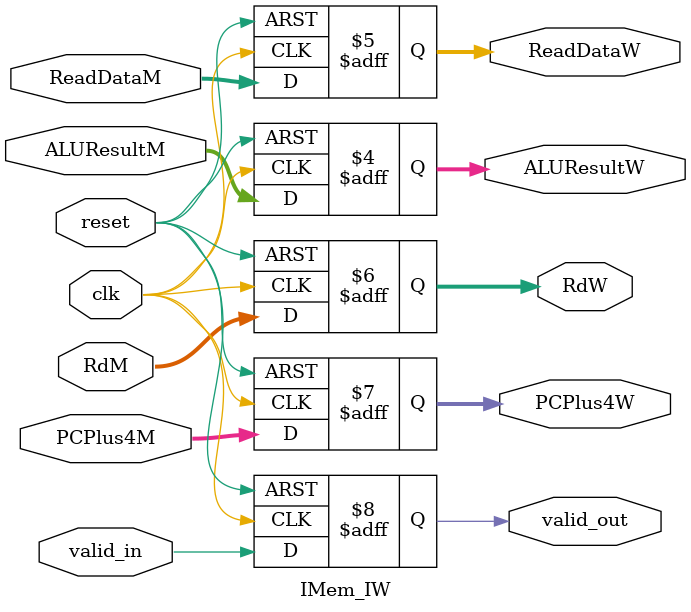
<source format=sv>
`timescale 1ns / 1ps

/**
 * @brief Top-level wrapper module.
 * @details Instantiates the main 'riscv' core, instruction memory ('imem'),
 * and data memory ('dmem'), and connects them together.
 *
 * @param clk         Global clock signal.
 * @param reset       Global reset signal.
 * @param WriteDataM  Output data from the core to data memory.
 * @param DataAdrM    Output address from the core to data memory.
 * @param MemWriteM   Output control signal for data memory write.
 */
module riscvpipeline (
  input  logic       clk, reset, 
  output logic [31:0] WriteDataM, DataAdrM, 
  output logic       MemWriteM
);
    
  // Internal wires connecting the components
  logic [31:0] PCF, InstrF, ReadDataM;
    
  // Instantiate processor and memories

  // Instantiate the RISC-V processor core
  riscv rv(
    .clk        (clk),
    .reset      (reset),
    .PCF        (PCF),
    .InstrF     (InstrF),
    .MemWriteM  (MemWriteM),
    .ALUResultM (DataAdrM),   // ALU result from MEM stage is used as data memory address
    .WriteDataM (WriteDataM),
    .ReadDataM  (ReadDataM)
  );
  
  // Instantiate the Instruction Memory
  imem imem(
    .a  (PCF),      // Address input from PCF
    .rd (InstrF)    // Read data (instruction) output to InstrF
  );
  
  // Instantiate the Data Memory
  dmem dmem(
    .clk (clk),
    .we  (MemWriteM),  // Write enable
    .a   (DataAdrM),   // Address input
    .wd  (WriteDataM), // Write data input
    .rd  (ReadDataM)   // Read data output
  );
endmodule

//////////////////////////////////////////////////////////////////////////////////
// Company: 
// Engineer: spandan_bharwaj//230102108
// 
// Create Date: 22.10.2025 21:00:00
// Design Name: 
// Module Name: riscv
// Project Name: 
// Target Devices: 
// Tool Versions: 
// Description: 5-Stage Pipelined RVX10 Processor Core
// 
// Dependencies: datapath.sv, controller.sv, hazard_unit.sv, forwarding_unit.sv
// 
// Revision:
// Revision 0.01 - File Created
// Revision 0.02 - Added valid bit for retirement counting
// Additional Comments:
// 
//////////////////////////////////////////////////////////////////////////////////

/**
 * @brief The main RISC-V processor core.
 * @details Connects the 'controller', 'datapath', 'forwarding_unit', 
 * and 'hazard_unit' to form the complete pipelined processor.
 */
module riscv(
  input  logic       clk, reset,
  output logic [31:0] PCF,
  input  logic [31:0] InstrF,
  output logic       MemWriteM,
  output logic [31:0] ALUResultM, WriteDataM,
  input  logic [31:0] ReadDataM
);
    
  // Internal wires for control and data signals
  logic ALUSrcE, RegWriteM, RegWriteW, ZeroE, PCSrcE;
  logic StallD, StallF, FlushD, FlushE, ResultSrcE0;
  logic [1:0] ResultSrcW; 
  logic [1:0] ImmSrcD;
  logic [3:0] ALUControlE;
  logic [31:0] InstrD;
  logic [4:0] Rs1D, Rs2D, Rs1E, Rs2E;
  logic [4:0] RdE, RdM, RdW;
  logic [1:0] ForwardAE, ForwardBE;
  logic validD, validE, validM, validW; // Valid bits for each stage
  
  // Instantiate the Pipelined Controller
  controller c(
    .clk        (clk),
    .reset      (reset),
    .op         (InstrD[6:0]),
    .funct3     (InstrD[14:12]),
    .funct7b5   (InstrD[30]),
    .funct7_2b  (InstrD[26:25]),
    .ZeroE      (ZeroE),
    .FlushE     (FlushE),
    .ResultSrcE0(ResultSrcE0),
    .ResultSrcW (ResultSrcW),
    .MemWriteM  (MemWriteM),
    .PCSrcE     (PCSrcE),
    .ALUSrcE    (ALUSrcE),
    .RegWriteM  (RegWriteM),
    .RegWriteW  (RegWriteW),
    .ImmSrcD    (ImmSrcD),
    .ALUControlE(ALUControlE)
  );

  // *** NEW SEPARATED UNITS (ADDED) ***
  
  // Instantiate the new Forwarding Unit
  forwarding_unit fu (
    .Rs1E     (Rs1E), 
    .Rs2E     (Rs2E),
    .RdM      (RdM), 
    .RdW      (RdW),
    .RegWriteM(RegWriteM), 
    .RegWriteW(RegWriteW),
    .ForwardAE(ForwardAE), 
    .ForwardBE(ForwardBE)
  );

  // Instantiate the new Hazard Unit
  hazard_unit hu (
    .Rs1D       (Rs1D), 
    .Rs2D       (Rs2D),
    .RdE        (RdE),
    .ResultSrcE0(ResultSrcE0),
    .PCSrcE     (PCSrcE),
    .StallD     (StallD), 
    .StallF     (StallF), 
    .FlushD     (FlushD), 
    .FlushE     (FlushE)
  );
  // *** END OF NEW INSTANTIATIONS ***

  // Instantiate the 5-Stage Pipelined Datapath
  datapath dp(
    .clk        (clk),
    .reset      (reset),
    .ResultSrcW (ResultSrcW),
    .PCSrcE     (PCSrcE),
    .ALUSrcE    (ALUSrcE),
    .RegWriteW  (RegWriteW),
    .ImmSrcD    (ImmSrcD),
    .ALUControlE(ALUControlE),
    .ZeroE      (ZeroE),
    .PCF        (PCF),
    .InstrF     (InstrF),
    .InstrD     (InstrD),
    .ALUResultM (ALUResultM),
    .WriteDataM (WriteDataM),
    .ReadDataM  (ReadDataM),
    .ForwardAE  (ForwardAE),
    .ForwardBE  (ForwardBE),
    .Rs1D       (Rs1D),
    .Rs2D       (Rs2D),
    .Rs1E       (Rs1E),
    .Rs2E       (Rs2E),
    .RdE        (RdE),
    .RdM        (RdM),
    .RdW        (RdW),
    .StallD     (StallD),
    .StallF     (StallF),
    .FlushD     (FlushD),
    .FlushE     (FlushE),

    // --- MODIFICATION: VALID BITS ADDED ---
    .validD     (validD),
    .validE     (validE),
    .validM     (validM),
    .validW     (validW)
    // --------------------------------------
  );
  
  // --- Performance Counters (Bonus) ---
  logic [31:0] cycle_count;
  logic [31:0] instr_retired;
  // ------------------------------------

  // --- Performance Counter Logic (Bonus) ---
  always_ff @(posedge clk, posedge reset) begin
    if (reset) begin
      // Reset counters to zero
      cycle_count   <= '0; // Use '0 to set all bits to zero
      instr_retired <= '0;
    end
    else begin
      // Always increment the cycle counter
      cycle_count <= cycle_count + 1;

      // --- MODIFICATION: RETIREMENT LOGIC ---
      // Increment instruction counter ONLY if a VALID instruction
      // reaches the WriteBack (WB) stage. This correctly
      // counts ALL retired instructions (R-type, I-type, loads,
      // stores, and branches) and ignores flushed bubbles.
      if (validW) begin
        instr_retired <= instr_retired + 1;
      end
      // --------------------------------------
    end
  end
  // -----------------------------------------

endmodule

//////////////////////////////////////////////////////////////////////////////////
// Company: 
// Engineer: //spandan_bharadwaj_230102108
// 
// Create Date: 22.09.2025 07:20:29
// Design Name: 
// Module Name: imem
// Project Name: 
// Target Devices: 
// Tool Versions: 
// Description: Instruction Memory
// 
// Dependencies: 
// 
// Revision:
// Revision 0.01 - File Created
// Additional Comments:
// 
//////////////////////////////////////////////////////////////////////////////////

/**
 * @brief Instruction Memory module.
 * @details A simple ROM initialized from an external file ("risctest.mem").
 * Implements combinational read.
 *
 * @param a   32-bit address input (word-aligned).
 * @param rd  32-bit read data (instruction) output.
 */
module imem (
  input  logic [31:0] a,  // Address
  output logic [31:0] rd  // Read data (instruction)
);
  // Memory array (64 entries, 32-bits wide)
  logic [31:0] RAM[63:0];

  // Initialize memory from file
  initial begin
    // Load the contents of "risctest.mem" into the RAM array
    $readmemh("risctest.mem", RAM);
  end
    
  // Combinational read (uses lower bits of 'a' as word index)
  assign rd = RAM[a[31:2]]; // word-aligned

endmodule

//////////////////////////////////////////////////////////////////////////////////
// Company: 
// Engineer: spandan_bharadwaj_230102108
// 
// Create Date: 22.09.2025 07:11:54
// Design Name: 
// Module Name: dmem
// Project Name: 
// Target Devices: 
// Tool Versions: 
// Description: Data Memory
// 
// Dependencies: 
// 
// Revision:
// Revision 0.01 - File Created
// Additional Comments:
// 
//////////////////////////////////////////////////////////////////////////////////

/**
 * @brief Data Memory module.
 * @details A simple RAM (Random Access Memory).
 * Implements combinational read and synchronous write.
 *
 * @param clk Clock signal.
 * @param we  Write enable signal.
 * @param a   32-bit address input.
 * @param wd  32-bit write data input.
 * @param rd  32-bit read data output.
 */
module dmem(
  input  logic       clk, we,
  input  logic [31:0] a, wd,
  output logic [31:0] rd
);
    
  // Memory array (64 entries, 32-bits wide)
  logic [31:0] RAM [63:0];
    
  // Combinational read (word-aligned)
  assign rd = RAM[a[31:2]]; 
    
  // Synchronous write (on positive clock edge)
  always_ff @(posedge clk)
    if (we) RAM[a[31:2]] <= wd;
    
endmodule

//////////////////////////////////////////////////////////////////////////////////
// Company: 
// Engineer: spandan_bharadwaj//230102108
// 
// Create Date: 22.10.2025 21:05:00
// Design Name: 
// Module Name: controller
// Project Name: 
// Target Devices: 
// Tool Versions: 
// Description: Pipelined controller for RVX10-P.
// 
// Dependencies: maindec.sv, aludec.sv, c_ID_IEx.sv, c_IEx_IM.sv, c_IM_IW.sv
// 
// Revision:
// Revision 0.01 - File Created
// Additional Comments:
// 
//////////////////////////////////////////////////////////////////////////////////

/**
 * @brief Pipelined controller.
 * @details Contains the instruction decoders ('maindec', 'aludec') and 
 * pipeline registers for control signals.
 *
 * @param op          Opcode field from instruction.
 * @param funct3      Funct3 field from instruction.
 * @param funct7b5    Bit 5 of Funct7 field (for SUB).
 * @param funct7_2b   Bits 26:25 of instruction (for RVX10).
 * @param ZeroE       Zero flag from ALU in Execute stage.
 * @param FlushE      Flush signal from hazard unit.
 * @param ResultSrcE0 Bit 0 of ResultSrc signal in Execute stage.
 * @param PCSrcE      Output signal to select the next PC.
 * @param ... (other ports) Various control signals for each pipeline stage.
 */
module controller(
  input  logic       clk, reset,
  input  logic [6:0] op,
  input  logic [2:0] funct3,
  input  logic       funct7b5,
  input  logic [1:0] funct7_2b,
  input  logic       ZeroE,
  input  logic       FlushE,
  output logic       ResultSrcE0,
  output logic [1:0] ResultSrcW,
  output logic       MemWriteM,
  output logic       PCSrcE, ALUSrcE, 
  output logic       RegWriteM, RegWriteW,
  output logic [1:0] ImmSrcD,
  output logic [3:0] ALUControlE
);

  // Internal wires for control signals in Decode stage
  logic [1:0] ALUOpD;
  logic [1:0] ResultSrcD, ResultSrcE, ResultSrcM;
  logic [3:0] ALUControlD;
  logic BranchD, BranchE, MemWriteD, MemWriteE, JumpD, JumpE;
  logic ZeroOp, ALUSrcD, RegWriteD, RegWriteE;

  // Instantiate the Main Decoder
  maindec md(
    .op        (op),
    .ResultSrc (ResultSrcD),
    .MemWrite  (MemWriteD),
    .Branch    (BranchD),
    .ALUSrc    (ALUSrcD),
    .RegWrite  (RegWriteD),
    .Jump      (JumpD),
    .ImmSrc    (ImmSrcD),
    .ALUOp     (ALUOpD)
  );

  // Instantiate the ALU Decoder
  aludec ad(
    .opb5       (op[5]),
    .funct3     (funct3),
    .funct7b5   (funct7b5),
    .funct7_2b  (funct7_2b),
    .ALUOp      (ALUOpD),
    .ALUControl (ALUControlD)
  );

  // Instantiate the ID/EX Control Pipeline Register
  c_ID_IEx c_pipreg0(
    .clk         (clk),
    .reset       (reset),
    .clear       (FlushE),       // FlushE clears this register
    .RegWriteD   (RegWriteD),
    .MemWriteD   (MemWriteD),
    .JumpD       (JumpD),
    .BranchD     (BranchD),
    .ALUSrcD     (ALUSrcD),
    .ResultSrcD  (ResultSrcD),
    .ALUControlD (ALUControlD), 
    .RegWriteE   (RegWriteE),
    .MemWriteE   (MemWriteE),
    .JumpE       (JumpE),
    .BranchE     (BranchE),
    .ALUSrcE     (ALUSrcE),
    .ResultSrcE  (ResultSrcE),
    .ALUControlE (ALUControlE)
  );
  
  // Expose bit 0 of ResultSrcE for the hazard unit (to detect loads)
  assign ResultSrcE0 = ResultSrcE[0];

  // Instantiate the EX/MEM Control Pipeline Register
  c_IEx_IM c_pipreg1(
    .clk        (clk),
    .reset      (reset),
    .RegWriteE  (RegWriteE),
    .MemWriteE  (MemWriteE),
    .ResultSrcE (ResultSrcE),
    .RegWriteM  (RegWriteM), 
    .MemWriteM  (MemWriteM),
    .ResultSrcM (ResultSrcM)
  );

  // Instantiate the MEM/WB Control Pipeline Register
  c_IM_IW c_pipreg2 (
    .clk        (clk),
    .reset      (reset),
    .RegWriteM  (RegWriteM),
    .ResultSrcM (ResultSrcM),
    .RegWriteW  (RegWriteW),
    .ResultSrcW (ResultSrcW)
  );

  // Logic to determine PC source: taken branch (BranchE AND ZeroE) OR a jump (JumpE)
  assign PCSrcE = (BranchE & ZeroE) | JumpE;

endmodule

//////////////////////////////////////////////////////////////////////////////////
// Company: 
// Engineer: spandan_bharadwaj_230102108
// 
// Create Date: 22.09.2025 07:34:27
// Design Name: 
// Module Name: maindec
// Project Name: 
// Target Devices: 
// Tool Versions: 
// Description: Main control unit decoder.
// 
// Dependencies: 
// 
// Revision:
// Revision 0.01 - File Created
// Additional Comments:
// 
//////////////////////////////////////////////////////////////////////////////////

/**
 * @brief Main instruction decoder.
 * @details Uses the 7-bit opcode to generate the primary control signals
 * for the Decode stage.
 *
 * @param op          Input 7-bit instruction opcode.
 * @param ResultSrc   Output signal selecting the data source for write-back.
 * @param MemWrite    Output signal enabling data memory write.
 * @param Branch      Output signal indicating a branch instruction.
 * @param ALUSrc      Output signal selecting the ALU's second operand.
 * @param RegWrite    Output signal enabling register file write.
 * @param Jump        Output signal indicating a jump instruction (JAL).
 * @param ImmSrc      Output signal selecting the immediate format.
 * @param ALUOp       Output 2-bit signal for the ALU decoder.
 */
module maindec(
  input  logic [6:0] op,
  output logic [1:0] ResultSrc,
  output logic       MemWrite,
  output logic       Branch, ALUSrc,
  output logic       RegWrite, Jump,
  output logic [1:0] ImmSrc,
  output logic [1:0] ALUOp
);

  // Internal wire to hold all control signals
  logic [10:0] controls;

  // Assign bits from the 'controls' wire to the respective output ports
  assign {RegWrite, ImmSrc, ALUSrc, MemWrite,
          ResultSrc, Branch, ALUOp, Jump} = controls;

  // Combinational logic to decode the opcode
  always_comb
    case(op)
    //         RegWrite_ImmSrc_ALUSrc_MemWrite_ResultSrc_Branch_ALUOp_Jump
      7'b0000011: controls = 11'b1_00_1_0_01_0_00_0; // lw
      7'b0100011: controls = 11'b0_01_1_1_00_0_00_0; // sw
      7'b0110011: controls = 11'b1_xx_0_0_00_0_10_0; // R-type 
      7'b1100011: controls = 11'b0_10_0_0_00_1_01_0; // beq
      7'b0010011: controls = 11'b1_00_1_0_00_0_10_0; // I-type ALU
      7'b1101111: controls = 11'b1_11_0_0_10_0_00_1; // jal
      7'b0001011: controls = 11'b1_xx_0_0_00_0_11_0; // R-type_newly_added_instructions (RVX10)
      default:    controls = 11'bx_xx_x_x_xx_x_xx_x; // non-implemented instruction
    endcase
endmodule

//////////////////////////////////////////////////////////////////////////////////
// Company: 
// Engineer: spandan_bharadwaj_230102108
// 
// Create Date: 22.09.2025 07:34:27
// Design Name: 
// Module Name: aludec
// Project Name: 
// Target Devices: 
// Tool Versions: 
// Description: ALU control unit decoder.
// 
// Dependencies: 
// 
// Revision:
// Revision 0.01 - File Created
// Additional Comments:
// 
//////////////////////////////////////////////////////////////////////////////////

/**
 * @brief ALU decoder.
 * @details Generates the 4-bit ALUControl signal based on ALUOp, funct3, 
 * and other instruction fields.
 *
 * @param opb5        Bit 5 of the opcode.
 * @param funct3      Funct3 field.
 * @param funct7b5    Bit 5 of Funct7 field (for SUB).
 * @param funct7_2b   Bits 26:25 of instruction (for RVX10).
 * @param ALUOp       2-bit control signal from maindec.
 * @param ALUControl  Output 4-bit control signal for the ALU.
 */
module aludec(
  input  logic       opb5,
  input  logic [2:0] funct3,
  input  logic       funct7b5, 
  input  logic [1:0] funct7_2b,
  input  logic [1:0] ALUOp,
  output logic [3:0] ALUControl
);

  logic  RtypeSub;
  assign RtypeSub = funct7b5 & opb5;  // TRUE for R-type subtract instruction

  // Combinational logic to set ALUControl
  always_comb
    case(ALUOp)
      2'b00:            ALUControl = 4'b0000; // addition (for lw, sw)
      2'b01:            ALUControl = 4'b0001; // subtraction (for beq)
      2'b10: case(funct3) // R-type or I-type ALU
               3'b000:  if (RtypeSub) 
                          ALUControl = 4'b0001; // sub
                        else        
                          ALUControl = 4'b0000; // add, addi
               3'b010:    ALUControl = 4'b0101; // slt, slti
               3'b110:    ALUControl = 4'b0011; // or, ori
               3'b111:    ALUControl = 4'b0010; // and, andi
               default:   ALUControl = 4'bxxxx; // ???
             endcase
      2'b11: case(funct7_2b) //RVX10 cases
               2'b00:  case (funct3)
                         3'b000: ALUControl = 4'b0110; //andn
                         3'b001: ALUControl = 4'b0111; //orn
                         3'b010: ALUControl = 4'b1000; //xorn
                         default: ALUControl = 4'bxxxx; // ???
                       endcase
               2'b01:  case (funct3)
                         3'b000: ALUControl = 4'b1001; //min
                         3'b001: ALUControl = 4'b1010; //max
                         3'b010: ALUControl = 4'b1011; //minu
                         3'b011: ALUControl = 4'b1100; //maxu
                         default: ALUControl = 4'bxxxx; // ???
                       endcase
               2'b10:  case (funct3)
                         3'b000: ALUControl = 4'b1101; //rol
                         3'b001: ALUControl = 4'b1110; //ror
                         default: ALUControl = 4'bxxxx; // ???
                       endcase
               2'b11:  case (funct3)
                         3'b000: ALUControl = 4'b1111; //abs
                         default: ALUControl = 4'bxxxx; // ???
                       endcase
               default: ALUControl = 4'bxxxx; // ???
             endcase
      default: ALUControl = 4'bxxxx; // ???
    endcase
endmodule

//////////////////////////////////////////////////////////////////////////////////
// Company: 
// Engineer: 
// 
// Create Date: 22.10.2025 21:25:38
// Design Name: 
// Module Name: c_ID_IEx
// Project Name: 
// Target Devices: 
// Tool Versions: 
// Description: Control Unit Pipeline Register (ID to EX)
// 
// Dependencies: 
// 
// Revision:
// Revision 0.01 - File Created
// Additional Comments:
// 
//////////////////////////////////////////////////////////////////////////////////

/**
 * @brief Control Unit Pipeline Register between Decode and Execution Stage.
 * @details Latches control signals passing from ID to EX.
 * Has an asynchronous reset and a synchronous clear (flush).
 *
 * @param clk     Clock
 * @param reset   Asynchronous reset
 * @param clear   Synchronous clear (flush)
 * @param ...D    Input control signals from Decode stage
 * @param ...E    Output latched control signals for Execute stage
 */
module c_ID_IEx (
  input  logic       clk, reset, clear,
  input  logic       RegWriteD, MemWriteD, JumpD, BranchD, ALUSrcD,
  input  logic [1:0] ResultSrcD, 
  input  logic [3:0] ALUControlD,  
  output logic       RegWriteE, MemWriteE, JumpE, BranchE, ALUSrcE,
  output logic [1:0] ResultSrcE,
  output logic [3:0] ALUControlE
);

  always_ff @( posedge clk, posedge reset ) begin
    if (reset) begin // Asynchronous reset
      RegWriteE   <= 0;
      MemWriteE   <= 0;
      JumpE       <= 0;
      BranchE     <= 0; 
      ALUSrcE     <= 0;
      ResultSrcE  <= 0;
      ALUControlE <= 0;
    end
    else if (clear) begin // Synchronous clear (flushes to 0)
      RegWriteE   <= 0;
      MemWriteE   <= 0;
      JumpE       <= 0;
      BranchE     <= 0; 
      ALUSrcE     <= 0;
      ResultSrcE  <= 0;
      ALUControlE <= 0;
    end
    else begin // Normal operation: latch inputs
      RegWriteE   <= RegWriteD;
      MemWriteE   <= MemWriteD;
      JumpE       <= JumpD;
      BranchE     <= BranchD; 
      ALUSrcE     <= ALUSrcD;
      ResultSrcE  <= ResultSrcD;
      ALUControlE <= ALUControlD; 
    end
  end
  
endmodule

//////////////////////////////////////////////////////////////////////////////////
// Company: 
// Engineer: 
// 
// Create Date: 22.10.2025 21:26:13
// Design Name: 
// Module Name: c_IEx_IM
// Project Name: 
// Target Devices: 
// Tool Versions: 
// Description: Control Unit Pipeline Register (EX to MEM)
// 
// Dependencies: 
// 
// Revision:
// Revision 0.01 - File Created
// Additional Comments:
// 
//////////////////////////////////////////////////////////////////////////////////

/**
 * @brief Control Unit Pipeline Register between Instruction Execution and Memory Access Stage.
 * @details Latches control signals passing from EX to MEM.
 * Has an asynchronous reset.
 *
 * @param clk     Clock
 * @param reset   Asynchronous reset
 * @param ...E    Input control signals from Execute stage
 * @param ...M    Output latched control signals for Memory stage
 */
module c_IEx_IM (
  input  logic       clk, reset,
  input  logic       RegWriteE, MemWriteE,
  input  logic [1:0] ResultSrcE,  
  output logic       RegWriteM, MemWriteM,
  output logic [1:0] ResultSrcM
);

  always_ff @( posedge clk, posedge reset ) begin
    if (reset) begin // Asynchronous reset
      RegWriteM  <= 0;
      MemWriteM  <= 0;
      ResultSrcM <= 0;
    end
    else begin // Normal operation: latch inputs
      RegWriteM  <= RegWriteE;
      MemWriteM  <= MemWriteE;
      ResultSrcM <= ResultSrcE; 
    end
  end

endmodule

//////////////////////////////////////////////////////////////////////////////////
// Company: 
// Engineer: 
// 
// Create Date: 22.10.2025 21:27:10
// Design Name: 
// Module Name: c_IM_IW
// Project Name: 
// Target Devices: 
// Tool Versions: 
// Description: Control Unit Pipeline Register (MEM to WB)
// 
// Dependencies: 
// 
// Revision:
// Revision 0.01 - File Created
// Additional Comments:
// 
//////////////////////////////////////////////////////////////////////////////////

/**
 * @brief Control Unit Pipeline Register for Memory Access - WriteBack Stage.
 * @details Latches control signals passing from MEM to WB.
 * Has an asynchronous reset.
 *
 * @param clk     Clock
 * @param reset   Asynchronous reset
 * @param ...M    Input control signals from Memory stage
 * @param ...W    Output latched control signals for WriteBack stage
 */
module c_IM_IW (
  input  logic       clk, reset, 
  input  logic       RegWriteM, 
  input  logic [1:0] ResultSrcM, 
  output logic       RegWriteW, 
  output logic [1:0] ResultSrcW
);

  always_ff @( posedge clk, posedge reset ) begin
    if (reset) begin // Asynchronous reset
      RegWriteW  <= 0;
      ResultSrcW <= 0;
    end
    else begin // Normal operation: latch inputs
      RegWriteW  <= RegWriteM;
      ResultSrcW <= ResultSrcM; 
    end
  end

endmodule

/**
 * @brief Forwarding unit for data hazards.
 * @details Detects RAW hazards between EX, MEM, and WB stages.
 * Generates control signals to forward data from later stages
 * to the inputs of the ALU in the EX stage.
 *
 * @param Rs1E, Rs2E  Source register addresses in Execute stage.
 * @param RdM, RdW    Destination register addresses in Memory and WriteBack stages.
 * @param RegWriteM, RegWriteW  Write enable signals for MEM and WB stages.
 * @param ForwardAE, ForwardBE  Output control signals for ALU operand muxes.
 */
module forwarding_unit(
  input  logic [4:0] Rs1E, Rs2E,  // Source registers in Execute
  input  logic [4:0] RdM, RdW,     // Destination registers in Memory & WriteBack
  input  logic       RegWriteM,   // Write enable in Memory
  input  logic       RegWriteW,   // Write enable in WriteBack
  output logic [1:0] ForwardAE,  // Forwarding control for ALU operand A
  output logic [1:0] ForwardBE   // Forwarding control for ALU operand B
);

  // Combinational logic for forwarding
  always_comb begin
    // --- Defaults (no forwarding) ---
    ForwardAE = 2'b00;
    ForwardBE = 2'b00;

    // --- Forwarding for Rs1 (Operand A) ---
    
    // EX/MEM Hazard: Forward from Memory stage (highest priority)
    // If Rs1 in EX matches Rd in MEM, and MEM is writing, forward ALUResultM
    if ((Rs1E == RdM) & RegWriteM & (Rs1E != 0))
      ForwardAE = 2'b10; // Forward ALUResultM
        
    // MEM/WB Hazard: Forward from WriteBack stage
    // Else if Rs1 in EX matches Rd in WB, and WB is writing, forward ResultW
    else if ((Rs1E == RdW) & RegWriteW & (Rs1E != 0))
      ForwardAE = 2'b01; // Forward ResultW

        
    // --- Forwarding for Rs2 (Operand B) ---
    
    // EX/MEM Hazard: Forward from Memory stage (highest priority)
    // If Rs2 in EX matches Rd in MEM, and MEM is writing, forward ALUResultM
    if ((Rs2E == RdM) & RegWriteM & (Rs2E != 0))
      ForwardBE = 2'b10; // Forward ALUResultM
        
    // MEM/WB Hazard: Forward from WriteBack stage
    // Else if Rs2 in EX matches Rd in WB, and WB is writing, forward ResultW
    else if ((Rs2E == RdW) & RegWriteW & (Rs2E != 0))
      ForwardBE = 2'b01; // Forward ResultW
  end

endmodule

/**
 * @brief Hazard detection unit.
 * @details Detects load-use hazards (data hazard requiring a stall)
 * and control hazards (from taken branches).
 * Generates stall and flush signals for the pipeline.
 *
 * @param Rs1D, Rs2D    Source register addresses in Decode stage.
 * @param RdE           Destination register address in Execute stage.
 * @param ResultSrcE0   Control signal (1 if instruction in EX is 'lw').
 * @param PCSrcE        Control signal (1 if branch is taken in EX).
 * @param StallD, StallF Output signals to stall Decode and Fetch stages.
 * @param FlushD, FlushE Output signals to flush Decode and Execute stages.
 */
module hazard_unit(
  input  logic [4:0] Rs1D, Rs2D,    // Source registers in Decode
  input  logic [4:0] RdE,           // Destination register in Execute
  input  logic       ResultSrcE0,   // Control signal: 1 if instruction in EXE is a load
  input  logic       PCSrcE,        // Control signal: 1 if branch is taken
  output logic       StallD, StallF,  // Stall signals for Fetch and Decode
  output logic       FlushD, FlushE   // Flush signals for Decode and Execute
);

  // --- Load-Use Hazard Detection ---
  // Stall if instruction in Decode needs data from a load in Execute
  logic lwStall;
  assign lwStall = (ResultSrcE0 == 1) & ((RdE == Rs1D) | (RdE == Rs2D));

  // Stall the pipeline for one cycle
  assign StallF = lwStall; // Stall PC and IF/ID pipeline register
  assign StallD = lwStall; // Stall ID/EX pipeline register
    
  // --- Flush Logic ---
    
  // Flush Execute stage if a load-use stall occurs (insert bubble)
  // OR if a branch is taken (instruction in EXE is wrong)
  assign FlushE = lwStall | PCSrcE;
    
  // Flush Decode stage only if a branch is taken (instruction in DEC is wrong)
  assign FlushD = PCSrcE;

endmodule

//////////////////////////////////////////////////////////////////////////////////
// Company: 
// Engineer: //spandan_bharadwaj_230102108
// 
// Create Date: 22.09.2025 11:12:33
// Design Name: 
// Module Name: datapath
// Project Name: 
// Target Devices: 
// Tool Versions: 
// Description: 5-Stage Pipelined Datapath for RVX10-P
// 
// Dependencies: 
// 
// Revision:
// Revision 0.01 - File Created (single-cycle)
// Revision 0.02 - Converted to 5-stage pipeline
// Revision 0.03 - Added valid bit propagation
// Additional Comments:
// 
//////////////////////////////////////////////////////////////////////////////////

/**
 * @brief 5-stage pipelined datapath.
 * @details Contains all the functional units (ALU, regfile, muxes, adders)
 * and pipeline registers for the datapath.
 */
module datapath(
  input  logic       clk, reset,
  input  logic [1:0] ResultSrcW,
  input  logic       PCSrcE, ALUSrcE, 
  input  logic       RegWriteW,
  input  logic [1:0] ImmSrcD,
  input  logic [3:0] ALUControlE,
  output logic       ZeroE,
  output logic [31:0] PCF,
  input  logic [31:0] InstrF,
  output logic [31:0] InstrD,
  output logic [31:0] ALUResultM, WriteDataM,
  input  logic [31:0] ReadDataM,
  input  logic [1:0] ForwardAE, ForwardBE,
  output logic [4:0] Rs1D, Rs2D, Rs1E, Rs2E,
  output logic [4:0] RdE, RdM, RdW,
  input  logic       StallD, StallF, FlushD, FlushE,

  // --- MODIFICATION: VALID BITS ADDED ---
  output logic       validD,
  output logic       validE,
  output logic       validM,
  output logic       validW
  // --------------------------------------
);

  // Internal datapath signals
  logic [31:0] PCD, PCE, ALUResultE, ALUResultW, ReadDataW;
  logic [31:0] PCNextF, PCPlus4F, PCPlus4D, PCPlus4E, PCPlus4M, PCPlus4W, PCTargetE;
  logic [31:0] WriteDataE;
  logic [31:0] ImmExtD, ImmExtE;
  logic [31:0] SrcAE, SrcBE, RD1D, RD2D, RD1E, RD2E;
  logic [31:0] ResultW;
  logic [4:0] RdD; // destination register address

    
  // -----------------
  // --- Fetch Stage ---
  // -----------------
    
  // Mux to select next PC (either PC+4 or branch/jump target)
  mux2 #(.WIDTH(32)) pcmux(
    .d0 (PCPlus4F),
    .d1 (PCTargetE),
    .s  (PCSrcE),
    .y  (PCNextF)
  );
  
  // PC Register (stalls if StallF is high)
  flopenr #(.WIDTH(32)) IF(
    .clk   (clk),
    .reset (reset),
    .en    (~StallF), // Enable only if not stalling
    .d     (PCNextF),
    .q     (PCF)
  );
  
  // Adder for PC + 4
  adder pcadd4(
    .a (PCF),
    .b (32'd4),
    .y (PCPlus4F)
  );
    
  // ---------------------------------------------------
  // --- Instruction Fetch - Decode Pipeline Register ---
  // ---------------------------------------------------
    
  IF_ID pipreg0 (
    .clk      (clk),
    .reset    (reset),
    .clear    (FlushD),  // Flush if branch taken
    .enable   (~StallD), // Stall for load-use
    .InstrF   (InstrF),
    .PCF      (PCF),
    .PCPlus4F (PCPlus4F),
    .InstrD   (InstrD),
    .PCD      (PCD),
    .PCPlus4D (PCPlus4D),

    // --- MODIFICATION: VALID BIT ---
    // A new instruction is always valid (1'b1).
    // On stall, 'enable' is false, so 'validD' holds.
    // On flush, 'clear' is true, so 'validD' becomes 0.
    .valid_in (1'b1),
    .valid_out(validD)
    // -------------------------------
  );
  
  // ------------------
  // --- Decode Stage ---
  // ------------------
  
  // Extract register addresses from instruction
  assign Rs1D = InstrD[19:15];
  assign Rs2D = InstrD[24:20];  
  assign RdD  = InstrD[11:7];
  
  // Register File
  regfile rf (
    .clk (clk),
    .we3 (RegWriteW), // Write enable from WB stage
    .a1  (Rs1D),      // Read address 1
    .a2  (Rs2D),      // Read address 2
    .a3  (RdW),       // Write address from WB stage
    .wd3 (ResultW),   // Write data from WB stage
    .rd1 (RD1D),      // Read data 1 output
    .rd2 (RD2D)       // Read data 2 output
  );  
  
  // Sign/Immediate Extension Unit
  extend ext(
    .instr  (InstrD[31:7]),
    .immsrc (ImmSrcD),
    .immext (ImmExtD)
  );
    
  // ------------------------------------------------
  // --- Decode - Execute Pipeline Register ---
  // ------------------------------------------------
    
  ID_IEx pipreg1 (
    .clk      (clk),
    .reset    (reset),
    .clear    (FlushE), // Flush for stalls or taken branches
    .RD1D     (RD1D),
    .RD2D     (RD2D),
    .PCD      (PCD),
    .Rs1D     (Rs1D),
    .Rs2D     (Rs2D),
    .RdD      (RdD),
    .ImmExtD  (ImmExtD),
    .PCPlus4D (PCPlus4D),
    .RD1E     (RD1E),
    .RD2E     (RD2E),
    .PCE      (PCE),
    .Rs1E     (Rs1E),
    .Rs2E     (Rs2E),
    .RdE      (RdE),
    .ImmExtE  (ImmExtE),
    .PCPlus4E (PCPlus4E),

    // --- MODIFICATION: VALID BIT ---
    // Propagate valid bit. 'clear' (FlushE) will set validE to 0.
    // This register has no 'enable', so it never stalls.
    .valid_in (validD),
    .valid_out(validE)
    // -------------------------------
  );
  
  // -------------------
  // --- Execute Stage ---
  // -------------------
  
  // Forwarding Mux for ALU Operand A
  mux3 #(.WIDTH(32)) forwardMuxA (
    .d0 (RD1E),       // 00: From register file (RD1E)
    .d1 (ResultW),    // 01: From WriteBack (ResultW)
    .d2 (ALUResultM), // 10: From Memory (ALUResultM)
    .s  (ForwardAE),
    .y  (SrcAE)
  );
  
  // Forwarding Mux for ALU Operand B (also serves as WriteData for 'sw')
  mux3 #(.WIDTH(32)) forwardMuxB (
    .d0 (RD2E),       // 00: From register file (RD2E)
    .d1 (ResultW),    // 01: From WriteBack (ResultW)
    .d2 (ALUResultM), // 10: From Memory (ALUResultM)
    .s  (ForwardBE),
    .y  (WriteDataE)  // This is data to be written for 'sw'
  );
  
  // Mux to select ALU Operand B (either from regfile/forward or immediate)
  mux2 #(.WIDTH(32)) srcbmux(
    .d0 (WriteDataE), // From regfile/forwarding
    .d1 (ImmExtE),    // From immediate extender
    .s  (ALUSrcE),
    .y  (SrcBE)
  );  
  
  // Adder for branch/jump target address
  adder pcaddbranch(
    .a (PCE),
    .b (ImmExtE),
    .y (PCTargetE)
  );  
  
  // The main Arithmetic Logic Unit (ALU)
  alu alu(
    .a          (SrcAE),
    .b          (SrcBE),
    .alucontrol (ALUControlE),
    .result     (ALUResultE),
    .zero       (ZeroE)
  );
    
  // ----------------------------------------------------
  // --- Execute - Memory Access Pipeline Register ---
  // ----------------------------------------------------
  
  IEx_IMem pipreg2 (
    .clk        (clk),
    .reset      (reset),
    .ALUResultE (ALUResultE),
    .WriteDataE (WriteDataE),
    .RdE        (RdE),
    .PCPlus4E   (PCPlus4E),
    .ALUResultM (ALUResultM),
    .WriteDataM (WriteDataM),
    .RdM        (RdM),
    .PCPlus4M   (PCPlus4M),

    // --- MODIFICATION: VALID BIT ---
    // Propagate valid bit.
    .valid_in (validE),
    .valid_out(validM)
    // -------------------------------
  );
    
  // -----------------
  // --- Memory Stage ---
  // -----------------
  // (No components here, just wires to 'top' module's dmem)
    
  // --------------------------------------------------
  // --- Memory - Register Write Back Stage Register ---
  // --------------------------------------------------
  
  IMem_IW pipreg3 (
    .clk        (clk),
    .reset      (reset),
    .ALUResultM (ALUResultM),
    .ReadDataM  (ReadDataM),
    .RdM        (RdM),
    .PCPlus4M   (PCPlus4M),
    .ALUResultW (ALUResultW),
    .ReadDataW  (ReadDataW),
    .RdW        (RdW),
    .PCPlus4W   (PCPlus4W),

    // --- MODIFICATION: VALID BIT ---
    // Propagate valid bit.
    .valid_in (validM),
    .valid_out(validW)
    // -------------------------------
  );
  
  // ----------------------
  // --- WriteBack Stage ---
  // ----------------------
  
  // Mux to select the final result to write back to the register file
  mux3 #(.WIDTH(32)) resultmux(
    .d0 (ALUResultW), // 00: From ALU
    .d1 (ReadDataW),  // 01: From Data Memory
    .d2 (PCPlus4W),   // 10: From PC+4 (for JAL)
    .s  (ResultSrcW),
    .y  (ResultW)
  );

endmodule

//////////////////////////////////////////////////////////////////////////////////
// Company: 
// Engineer: //spandan_bharadwaj_230102108
// 
// Create Date: 22.09.2025 06:55:00
// Design Name: 
// Module Name: mux2
// Project Name: 
// Target Devices: 
// Tool Versions: 
// Description: 2-to-1 Multiplexer.
// 
// Dependencies: 
// 
// Revision:
// Revision 0.01 - File Created
// Additional Comments:
// 
//////////////////////////////////////////////////////////////////////////////////

/**
 * @brief Parameterized 2-to-1 Multiplexer.
 * @param WIDTH The bit-width of the data inputs and output.
 */
module mux2 #(parameter WIDTH=8)(
  input  logic [WIDTH-1:0] d0, d1, // Data inputs
  input  logic             s,      // Select signal
  output logic [WIDTH-1:0] y       // Data output
);
    
  // If s=1, select d1; otherwise select d0
  assign y = s ? d1 : d0;
endmodule

//////////////////////////////////////////////////////////////////////////////////
// Company: 
// Engineer: 
// 
// Create Date: 21.10.2025 19:50:51
// Design Name: 
// Module Name: flopenr
// Project Name: 
// Target Devices: 
// Tool Versions: 
// Description: Register with asynchronous reset and synchronous enable.
// 
// Dependencies: 
// 
// Revision:
// Revision 0.01 - File Created
// Additional Comments:
// 
//////////////////////////////////////////////////////////////////////////////////

/**
 * @brief Parameterized N-bit register with asynchronous reset and synchronous enable.
 * @param WIDTH The bit-width of the register.
 */
module flopenr #(
  parameter WIDTH = 8
) (
  input  logic             clk,   // Clock
  input  logic             reset, // Asynchronous reset
  input  logic             en,    // Synchronous enable
  input  logic [WIDTH-1:0] d,     // Data input
  output logic [WIDTH-1:0] q      // Data output
);

  // Sequential logic with an asynchronous reset.
  always_ff @(posedge clk or posedge reset) begin
    // Asynchronous reset has the highest priority.
    if (reset)
      q <= 0;
    // On a clock edge, load 'd' into 'q' only if enabled.
    else if (en)
      q <= d;
    // If 'en' is low, 'q' holds its previous value.
    // else if (!en) // This is redundant
    //   q <= q;
  end

endmodule

//////////////////////////////////////////////////////////////////////////////////
// Company: 
// Engineer: //spandan_bharadwaj_230102108
// 
// Create Date: 22.09.2025 06:43:08
// Design Name: 
// Module Name: adder
// Project Name: 
// Target Devices: 
// Tool Versions: 
// Description: 32-bit Adder.
// 
// Dependencies: 
// 
// Revision:
// Revision 0.01 - File Created
// Additional Comments:
// 
//////////////////////////////////////////////////////////////////////////////////

/**
 * @brief Simple 32-bit combinational adder.
 */
module adder(
  input  [31:0] a, b, // 32-bit inputs
  output [31:0] y     // 32-bit output (a + b)
);

  assign y = a + b;
endmodule

//////////////////////////////////////////////////////////////////////////////////
// Company: 
// Engineer: //spandan_bharadwaj_230102108
// 
// Create Date: 22.10.2025 21:21:58
// Design Name: 
// Module Name: IF_ID
// Project Name: 
// Target Devices: 
// Tool Versions: 
// Description: Datapath Pipeline Register (IF to ID)
// 
// Dependencies: 
// 
// Revision:
// Revision 0.01 - File Created
// Revision 0.02 - Added valid bit logic
// Additional Comments:
// 
//////////////////////////////////////////////////////////////////////////////////

/**
 * @brief Datapath Pipeline register between Fetch and Decode Stage.
 * @details Latches data signals passing from IF to ID.
 * Has asynchronous reset, synchronous clear (flush), and enable (stall).
 */
module IF_ID (
  input  logic       clk, reset, clear, enable,
  input  logic [31:0] InstrF, PCF, PCPlus4F,
  output logic [31:0] InstrD, PCD, PCPlus4D,
  
  // --- MODIFICATION: VALID BIT ---
  input  logic       valid_in,  // Valid bit from fetch (always 1'b1)
  output logic       valid_out  // Valid bit for decode
  // -------------------------------
);

  always_ff @( posedge clk, posedge reset ) begin
    if (reset) begin // Asynchronous Clear
      InstrD   <= 0;
      PCD      <= 0;
      PCPlus4D <= 0;
      valid_out<= 0; // Clear valid bit
    end
    else if (enable) begin // Only latch if enabled (not stalled)
      if (clear) begin // Synchronous Clear (flushes to a NOP)
        InstrD   <= 32'h00000033; // add x0,x0,x0 (nop)
        PCD      <= 0;
        PCPlus4D <= 0; 
        valid_out<= 0; // Clear valid bit
      end
      else begin // Normal operation
        InstrD   <= InstrF;
        PCD      <= PCF;
        PCPlus4D <= PCPlus4F;
        valid_out<= valid_in; // Propagate valid bit
      end
    end
    // If enable is 0, registers (including valid_out) hold their previous value (stall)
  end

endmodule

//////////////////////////////////////////////////////////////////////////////////
// Company: 
// Engineer: //spandan_bharadwaj_230102108
// 
// Create Date: 22.09.2025 07:06:19
// Design Name: 
// Module Name: regfile
// Project Name: 
// Target Devices: 
// Tool Versions: 
// Description: 3-port Register File
// 
// Dependencies: 
// 
// Revision:
// Revision 0.01 - File Created
// Revision 0.02 - Changed write to negedge clk per user request.
// Additional Comments:
// 
//////////////////////////////////////////////////////////////////////////////////

/**
 * @brief 3-port Register File (2 read, 1 write).
 * @details Implements the 32 RISC-V general-purpose registers.
 * Writes occur on the negative clock edge.
 * Reads are combinational.
 * Register x0 is hardwired to zero.
 *
 * @param clk   Clock signal.
 * @param we3   Write enable (from WB stage).
 * @param a1, a2 Read addresses.
 * @param a3    Write address.
 * @param wd3   Write data.
 * @param rd1, rd2 Read data outputs.
 */
module regfile (
  input  logic       clk,
  input  logic       we3,      // Write enable (from WB stage)
  input  logic [4:0] a1, a2, a3, // a1,a2=Read addrs, a3=Write addr
  input  logic [31:0] wd3,    // Write data
  output logic [31:0] rd1, rd2 // Read data
);

  // The register file storage array
  logic [31:0] rf[31:0];

  // three ported register file
  // read two ports combinationally (A1/RD1, A2/RD2)
  // write third port on *NEGATIVE* edge of clock (A3/WD3/WE3)
  // register 0 hardwired to 0

  // **MODIFICATION**: Writing on negedge clk as requested
  always_ff @(negedge clk)
    if (we3 & a3 != 0) rf[a3] <= wd3; // x0 no rewrites

  // Combinational reads
  // This simple logic works *because* write is on negedge
  // and read (in ID stage) is sampled on posedge.
  assign rd1 = (a1 != 0) ? rf[a1] : 0; // Hardwire x0 to 0
  assign rd2 = (a2 != 0) ? rf[a2] : 0; // Hardwire x0 to 0
  
endmodule

//////////////////////////////////////////////////////////////////////////////////
// Company: 
// Engineer: //spandan_bharadwaj_230102108
// 
// Create Date: 22.09.2025 06:44:50
// Module Name: extend
// Description: Sign-extends immediate values based on instruction type.
//
//////////////////////////////////////////////////////////////////////////////////

module extend(
  // --- Input ---
  input  logic [31:7] instr,   // Relevant bits of the instruction
  input  logic [1:0]  immsrc,  // Selects immediate type
  
  // --- Output ---
  output logic [31:0] immext   // 32-bit sign-extended immediate
);
 
  // Combinational logic to generate the correct immediate
  always_comb
    case(immsrc) 
      // I-type (lw, addi, slti, etc.)
      2'b00:  immext = {{20{instr[31]}}, instr[31:20]}; 
            
      // S-type (stores)
      2'b01:  immext = {{20{instr[31]}}, instr[31:25], instr[11:7]}; 
            
      // B-type (branches)
      2'b10:  immext = {{20{instr[31]}}, instr[7], instr[30:25], instr[11:8], 1'b0}; 
            
      // J-type (jal)
      2'b11:  immext = {{12{instr[31]}}, instr[19:12], instr[20], instr[30:21], 1'b0}; 
            
      default: immext = 32'bx; // undefined
    endcase       
endmodule

//////////////////////////////////////////////////////////////////////////////////
// Company: 
// Engineer: //spandan_bharadwaj_230102108
// 
// Create Date: 22.10.2025 21:22:42
// Design Name: 
// Module Name: ID_IEx
// Project Name: 
// Target Devices: 
// Tool Versions: 
// Description: Datapath Pipeline Register (ID to EX)
// 
// Dependencies: 
// 
// Revision:
// Revision 0.01 - File Created
// Revision 0.02 - Added valid bit logic
// Additional Comments:
// 
//////////////////////////////////////////////////////////////////////////////////

/**
 * @brief Datapath Pipeline register between Decode and Execution Stage.
 * @details Latches data signals passing from ID to EX.
 * Has asynchronous reset and synchronous clear (flush).
 */
module ID_IEx  (
  input  logic       clk, reset, clear,
  input  logic [31:0] RD1D, RD2D, PCD, 
  input  logic [4:0] Rs1D, Rs2D, RdD, 
  input  logic [31:0] ImmExtD, PCPlus4D,
  output logic [31:0] RD1E, RD2E, PCE, 
  output logic [4:0] Rs1E, Rs2E, RdE, 
  output logic [31:0] ImmExtE, PCPlus4E,
  
  // --- MODIFICATION: VALID BIT ---
  input  logic       valid_in,  // Valid bit from decode
  output logic       valid_out  // Valid bit for execute
  // -------------------------------
);

  always_ff @( posedge clk, posedge reset ) begin
    if (reset) begin // Asynchronous reset
      RD1E     <= 0;
      RD2E     <= 0;
      PCE      <= 0;
      Rs1E     <= 0;
      Rs2E     <= 0;
      RdE      <= 0;
      ImmExtE  <= 0;
      PCPlus4E <= 0;
      valid_out<= 0; // Clear valid bit
    end
    else if (clear) begin // Synchronous clear (flushes to 0)
      RD1E     <= 0;
      RD2E     <= 0;
      PCE      <= 0;
      Rs1E     <= 0;
      Rs2E     <= 0;
      RdE      <= 0;
      ImmExtE  <= 0;
      PCPlus4E <= 0;
      valid_out<= 0; // Clear valid bit
    end
    else begin // Normal operation: latch inputs
      RD1E     <= RD1D;
      RD2E     <= RD2D;
      PCE      <= PCD;
      Rs1E     <= Rs1D;
      Rs2E     <= Rs2D;
      RdE      <= RdD;
      ImmExtE  <= ImmExtD;
      PCPlus4E <= PCPlus4D;
      valid_out<= valid_in; // Propagate valid bit
    end
  end

endmodule

//////////////////////////////////////////////////////////////////////////////////
// Company: 
// Engineer: //spandan_bharadwaj_230102108
// 
// Create Date: 22.09.2025 06:57:37
// Design Name: 
// Module Name: mux3
// Project Name: 
// Target Devices: 
// Tool Versions: 
// Description: 3-to-1 Multiplexer.
// 
// Dependencies: 
// 
// Revision:
// Revision 0.01 - File Created
// Additional Comments:
// 
//////////////////////////////////////////////////////////////////////////////////

/**
 * @brief Parameterized 3-to-1 Multiplexer.
 * @param WIDTH The bit-width of the data inputs and output.
 */
module mux3 #(parameter WIDTH=8)(
  input  logic [WIDTH-1:0] d0, d1, d2, // Data inputs
  input  logic [1:0]       s,        // Select signal
  output logic [WIDTH-1:0] y         // Data output
);
    
  // s=00 -> d0
  // s=01 -> d1
  // s=10 -> d2
  // s=11 -> d2 (based on this logic)
  assign y = s[1] ? d2 : (s[0] ? d1: d0);
endmodule

//////////////////////////////////////////////////////////////////////////////////
// Company: 
// Engineer: //spandan_bharadwaj_230102108
// 
// Create Date: 22.09.2025 06:59:22
// Design Name: 
// Module Name: alu
// Project Name: 
// Target Devices: 
// Tool Versions: 
// Description: Arithmetic Logic Unit (ALU).
// 
// Dependencies: 
// 
// Revision:
// Revision 0.01 - File Created
// Additional Comments: Includes standard RISC-V ops and custom RVX10 ops.
// 
//////////////////////////////////////////////////////////////////////////////////

/**
 * @brief Arithmetic Logic Unit (ALU).
 * @details Performs arithmetic and logical operations based on the 
 * 4-bit 'alucontrol' signal. Supports standard RISC-V
 * operations as well as custom RVX10 extensions.
 *
 * @param a, b        32-bit data inputs.
 * @param alucontrol  4-bit control signal selecting the operation.
 * @param result      32-bit output of the operation.
 * @param zero        1-bit flag, high if the result is zero.
 */
module alu(
  input  logic [31:0] a, b,
  input  logic [3:0]  alucontrol,
  output logic [31:0] result,
  output logic        zero
);

  // Existing signals
  logic [31:0] condinvb, sum;
  logic        v;          // overflow
  logic        isAddSub;   // true when add or subtract

  // Logic for add/sub/slt
  assign condinvb = alucontrol[0] ? ~b : b;       // Invert b for subtraction
  assign sum      = a + condinvb + alucontrol[0]; // Add/Sub
  assign isAddSub = ~alucontrol[2] & ~alucontrol[1] |
                    ~alucontrol[1] & alucontrol[0];

  // signed views for MIN/MAX/ABS
  wire signed [31:0] s1 = a;
  wire signed [31:0] s2 = b;

  // Main ALU operation logic
  always_comb
    case (alucontrol)
      // ---- original arithmetic/logic ----
      4'b0000:  result = sum;      // add
      4'b0001:  result = sum;      // subtract
      4'b0010:  result = a & b;    // and
      4'b0011:  result = a | b;    // or
      4'b0100:  result = a ^ b;    // xor
      4'b0101:  result = sum[31] ^ v; // slt (Set Less Than)

      // ---- new ops starting from 0110 (RVX10) ----
      4'b0110:  result = a & ~b;                       // ANDN
      4'b0111:  result = a | ~b;                       // ORN
      4'b1000:  result = ~(a ^ b);                     // XNOR (typo in original, was XORN)
      4'b1001:  result = (s1 < s2) ? a : b;            // MIN (signed)
      4'b1010:  result = (s1 > s2) ? a : b;            // MAX (signed)
      4'b1011:  result = (a  < b)  ? a : b;            // MINU (unsigned)
      4'b1100:  result = (a  > b)  ? a : b;            // MAXU (unsigned)
      4'b1101: begin                                   // ROL (Rotate Left)
          logic [4:0] sh = b[4:0];
          result = (sh == 0) ? a : ((a << sh) | (a >> (32 - sh)));
        end
      4'b1110: begin                                   // ROR (Rotate Right)
          logic [4:0] sh = b[4:0];
          result = (sh == 0) ? a : ((a >> sh) | (a << (32 - sh)));
        end
      4'b1111:  result = (s1 >= 0) ? a : (0 - a);      // ABS (Absolute Value)
      default:  result = 32'bx;
    endcase

  // Zero flag logic
  assign zero = (result == 32'b0);
  
  // Overflow logic (for 'slt')
  assign v    = ~(alucontrol[0] ^ a[31] ^ b[31]) & (a[31] ^ sum[31]) & isAddSub;

endmodule

//////////////////////////////////////////////////////////////////////////////////
// Company: 
// Engineer: //spandan_bharadwaj_230102108
// 
// Create Date: 22.10.2025 21:23:28
// Design Name: 
// Module Name: IEx_IMem
// Project Name: 
// Target Devices: 
// Tool Versions: 
// Description: Datapath Pipeline Register (EX to MEM)
// 
// Dependencies: 
// 
// Revision:
// Revision 0.01 - File Created
// Revision 0.02 - Added valid bit logic
// Additional Comments:
// 
//////////////////////////////////////////////////////////////////////////////////

/**
 * @brief Datapath Pipeline register between Execution and Memory Access Stage.
 * @details Latches data signals passing from EX to MEM.
 * Has an asynchronous reset.
 */
module IEx_IMem(
  input  logic       clk, reset,
  input  logic [31:0] ALUResultE, WriteDataE, 
  input  logic [4:0] RdE, 
  input  logic [31:0] PCPlus4E,
  output logic [31:0] ALUResultM, WriteDataM,
  output logic [4:0] RdM, 
  output logic [31:0] PCPlus4M,

  // --- MODIFICATION: VALID BIT ---
  input  logic       valid_in,  // Valid bit from execute
  output logic       valid_out  // Valid bit for memory
  // -------------------------------
);

  always_ff @( posedge clk, posedge reset ) begin 
    if (reset) begin // Asynchronous reset
      ALUResultM <= 0;
      WriteDataM <= 0;
      RdM        <= 0; 
      PCPlus4M   <= 0;
      valid_out  <= 0; // Clear valid bit
    end
    else begin // Normal operation: latch inputs
      ALUResultM <= ALUResultE;
      WriteDataM <= WriteDataE;
      RdM        <= RdE; 
      PCPlus4M   <= PCPlus4E;      
      valid_out  <= valid_in; // Propagate valid bit
    end
  end

endmodule

//////////////////////////////////////////////////////////////////////////////////
// Company: 
// Engineer: //spandan_bharadwaj_230102108
// 
// Create Date: 22.10.2025 21:24:49
// Design Name: 
// Module Name: IMem_IW
// Project Name: 
// Target Devices: 
// Tool Versions: 
// Description: Datapath Pipeline Register (MEM to WB)
// 
// Dependencies: 
// 
// Revision:
// Revision 0.01 - File Created
// Revision 0.02 - Added valid bit logic
// Additional Comments:
// 
//////////////////////////////////////////////////////////////////////////////////

/**
 * @brief Datapath Pipeline register between Memory Access and WriteBack Stage.
 * @details Latches data signals passing from MEM to WB.
 * Has an asynchronous reset.
 */
module IMem_IW (
  input  logic       clk, reset,
  input  logic [31:0] ALUResultM, ReadDataM,  
  input  logic [4:0] RdM, 
  input  logic [31:0] PCPlus4M,
  output logic [31:0] ALUResultW, ReadDataW,
  output logic [4:0] RdW, 
  output logic [31:0] PCPlus4W,

  // --- MODIFICATION: VALID BIT ---
  input  logic       valid_in,  // Valid bit from memory
  output logic       valid_out  // Valid bit for writeback
  // -------------------------------
);

  always_ff @( posedge clk, posedge reset ) begin 
    if (reset) begin // Asynchronous reset
      ALUResultW <= 0;
      ReadDataW  <= 0;
      RdW        <= 0; 
      PCPlus4W   <= 0;
      valid_out  <= 0; // Clear valid bit
    end
    else begin // Normal operation: latch inputs
      ALUResultW <= ALUResultM;
      ReadDataW  <= ReadDataM;
      RdW        <= RdM; 
      PCPlus4W   <= PCPlus4M;      
      valid_out  <= valid_in; // Propagate valid bit
    end
  end

endmodule

</source>
